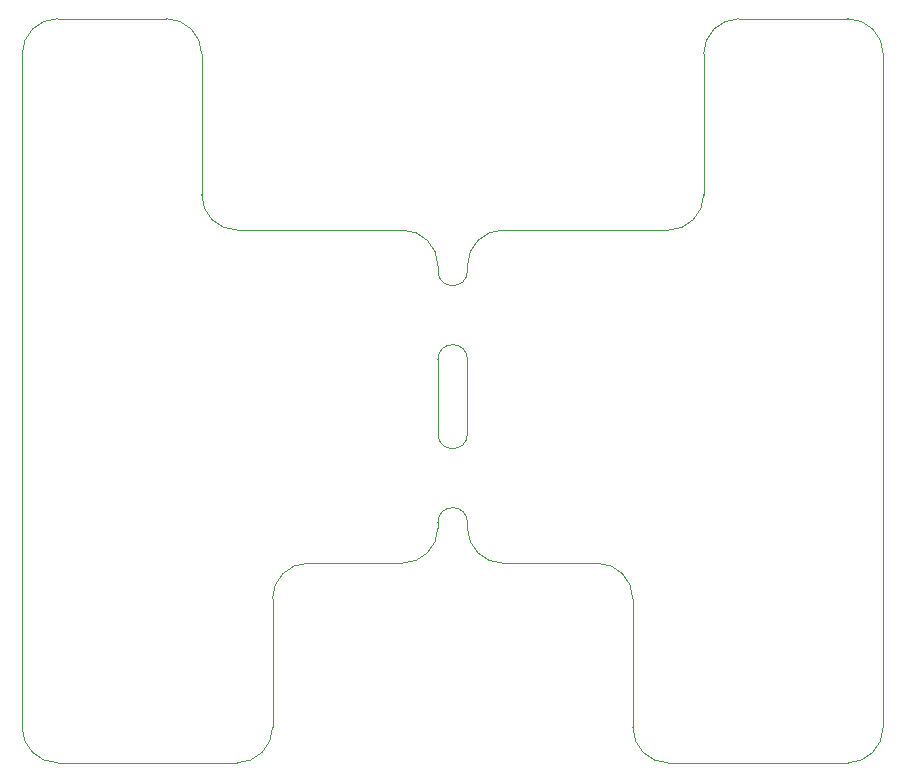
<source format=gbr>
%TF.GenerationSoftware,KiCad,Pcbnew,7.0.6*%
%TF.CreationDate,2023-12-17T00:49:34+09:00*%
%TF.ProjectId,MotorDriver_TB6612FNG_20230704,4d6f746f-7244-4726-9976-65725f544236,rev?*%
%TF.SameCoordinates,Original*%
%TF.FileFunction,Profile,NP*%
%FSLAX46Y46*%
G04 Gerber Fmt 4.6, Leading zero omitted, Abs format (unit mm)*
G04 Created by KiCad (PCBNEW 7.0.6) date 2023-12-17 00:49:34*
%MOMM*%
%LPD*%
G01*
G04 APERTURE LIST*
%TA.AperFunction,Profile*%
%ADD10C,0.100000*%
%TD*%
%TA.AperFunction,Profile*%
%ADD11C,0.120000*%
%TD*%
G04 APERTURE END LIST*
D10*
X83250000Y-69800000D02*
G75*
G03*
X80250000Y-66800000I-3000000J0D01*
G01*
X119750000Y-126800000D02*
G75*
G03*
X122750000Y-129800000I3000000J0D01*
G01*
X108750000Y-84700000D02*
G75*
G03*
X105750000Y-87700000I0J-3000000D01*
G01*
X92250000Y-112900000D02*
G75*
G03*
X89250000Y-115900000I0J-3000000D01*
G01*
X105750000Y-95650000D02*
X105750000Y-101950000D01*
X100250000Y-112900000D02*
G75*
G03*
X103250000Y-109900000I0J3000000D01*
G01*
X105750000Y-109900000D02*
G75*
G03*
X108750000Y-112900000I3000000J0D01*
G01*
X137950000Y-129800000D02*
X122750000Y-129800000D01*
X116750000Y-112900000D02*
X108750000Y-112900000D01*
X128750000Y-66800000D02*
X137950000Y-66800000D01*
X122750000Y-84700000D02*
G75*
G03*
X125750000Y-81700000I0J3000000D01*
G01*
X71050000Y-66800000D02*
X80250000Y-66800000D01*
X86250000Y-129800000D02*
X71050000Y-129800000D01*
X86250000Y-129800000D02*
G75*
G03*
X89250000Y-126800000I0J3000000D01*
G01*
X92250000Y-112900000D02*
X100250000Y-112900000D01*
X83250000Y-69800000D02*
X83250000Y-81700000D01*
X103250000Y-87700000D02*
G75*
G03*
X100250000Y-84700000I-3000000J0D01*
G01*
X103250000Y-109900000D02*
X103250000Y-109450000D01*
X125750000Y-81700000D02*
X125750000Y-69800000D01*
X89250000Y-115900000D02*
X89250000Y-126800000D01*
X86250000Y-84700000D02*
X100250000Y-84700000D01*
X119750000Y-126800000D02*
X119750000Y-115900000D01*
X83250000Y-81700000D02*
G75*
G03*
X86250000Y-84700000I3000000J0D01*
G01*
X108750000Y-84700000D02*
X122750000Y-84700000D01*
X105750000Y-87700000D02*
X105750000Y-88150000D01*
X137950000Y-129800000D02*
G75*
G03*
X140950000Y-126800000I0J3000000D01*
G01*
X68050000Y-126800000D02*
G75*
G03*
X71050000Y-129800000I3000000J0D01*
G01*
X119750000Y-115900000D02*
G75*
G03*
X116750000Y-112900000I-3000000J0D01*
G01*
X71050000Y-66800000D02*
G75*
G03*
X68050000Y-69800000I0J-3000000D01*
G01*
X140950000Y-69800000D02*
X140950000Y-126800000D01*
X128750000Y-66800000D02*
G75*
G03*
X125750000Y-69800000I0J-3000000D01*
G01*
X140950000Y-69800000D02*
G75*
G03*
X137950000Y-66800000I-3000000J0D01*
G01*
X103250000Y-101950000D02*
X103250000Y-95650000D01*
X105750000Y-109900000D02*
X105750000Y-109450000D01*
X103250000Y-87700000D02*
X103250000Y-88150000D01*
X68050000Y-126800000D02*
X68050000Y-69800000D01*
D11*
%TO.C,REF\u002A\u002A*%
X105750000Y-95650000D02*
G75*
G03*
X103250000Y-95650000I-1250000J0D01*
G01*
X103250000Y-88150000D02*
G75*
G03*
X105750000Y-88150000I1250000J0D01*
G01*
X105750000Y-109450000D02*
G75*
G03*
X103250000Y-109450000I-1250000J0D01*
G01*
X103250000Y-101950000D02*
G75*
G03*
X105750000Y-101950000I1250000J0D01*
G01*
%TD*%
M02*

</source>
